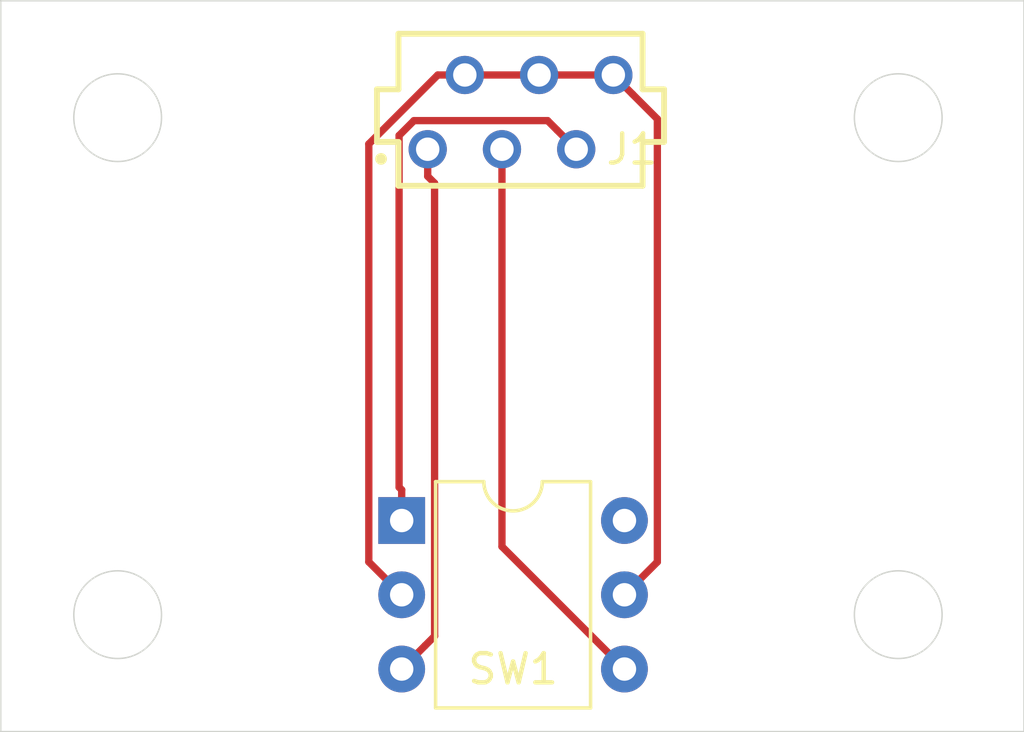
<source format=kicad_pcb>
(kicad_pcb (version 20171130) (host pcbnew "(5.1.4)-1")

  (general
    (thickness 1.6)
    (drawings 8)
    (tracks 24)
    (zones 0)
    (modules 2)
    (nets 6)
  )

  (page A4)
  (layers
    (0 F.Cu signal)
    (31 B.Cu signal)
    (32 B.Adhes user)
    (33 F.Adhes user)
    (34 B.Paste user)
    (35 F.Paste user)
    (36 B.SilkS user)
    (37 F.SilkS user)
    (38 B.Mask user)
    (39 F.Mask user)
    (40 Dwgs.User user)
    (41 Cmts.User user)
    (42 Eco1.User user)
    (43 Eco2.User user)
    (44 Edge.Cuts user)
    (45 Margin user)
    (46 B.CrtYd user)
    (47 F.CrtYd user)
    (48 B.Fab user)
    (49 F.Fab user hide)
  )

  (setup
    (last_trace_width 0.25)
    (trace_clearance 0.2)
    (zone_clearance 0.508)
    (zone_45_only no)
    (trace_min 0.2)
    (via_size 0.8)
    (via_drill 0.4)
    (via_min_size 0.4)
    (via_min_drill 0.3)
    (uvia_size 0.3)
    (uvia_drill 0.1)
    (uvias_allowed no)
    (uvia_min_size 0.2)
    (uvia_min_drill 0.1)
    (edge_width 0.05)
    (segment_width 0.2)
    (pcb_text_width 0.3)
    (pcb_text_size 1.5 1.5)
    (mod_edge_width 0.12)
    (mod_text_size 1 1)
    (mod_text_width 0.15)
    (pad_size 1.524 1.524)
    (pad_drill 0.762)
    (pad_to_mask_clearance 0.051)
    (solder_mask_min_width 0.25)
    (aux_axis_origin 0 0)
    (visible_elements 7FFFFFFF)
    (pcbplotparams
      (layerselection 0x010fc_ffffffff)
      (usegerberextensions false)
      (usegerberattributes false)
      (usegerberadvancedattributes false)
      (creategerberjobfile false)
      (excludeedgelayer true)
      (linewidth 0.100000)
      (plotframeref false)
      (viasonmask false)
      (mode 1)
      (useauxorigin false)
      (hpglpennumber 1)
      (hpglpenspeed 20)
      (hpglpendiameter 15.000000)
      (psnegative false)
      (psa4output false)
      (plotreference true)
      (plotvalue true)
      (plotinvisibletext false)
      (padsonsilk false)
      (subtractmaskfromsilk false)
      (outputformat 1)
      (mirror false)
      (drillshape 0)
      (scaleselection 1)
      (outputdirectory "gerbers/"))
  )

  (net 0 "")
  (net 1 "Net-(J1-Pad3)")
  (net 2 "Net-(J1-Pad1)")
  (net 3 "Net-(J1-Pad2)")
  (net 4 "Net-(J1-Pad5)")
  (net 5 "Net-(SW1-Pad6)")

  (net_class Default "This is the default net class."
    (clearance 0.2)
    (trace_width 0.25)
    (via_dia 0.8)
    (via_drill 0.4)
    (uvia_dia 0.3)
    (uvia_drill 0.1)
    (add_net "Net-(J1-Pad1)")
    (add_net "Net-(J1-Pad2)")
    (add_net "Net-(J1-Pad3)")
    (add_net "Net-(J1-Pad5)")
    (add_net "Net-(SW1-Pad6)")
  )

  (module Package_DIP:DIP-6_W7.62mm (layer F.Cu) (tedit 5A02E8C5) (tstamp 67EAE60C)
    (at 140.715001 144.78)
    (descr "6-lead though-hole mounted DIP package, row spacing 7.62 mm (300 mils)")
    (tags "THT DIP DIL PDIP 2.54mm 7.62mm 300mil")
    (path /67EAE703)
    (fp_text reference SW1 (at 3.81 5.08) (layer F.SilkS)
      (effects (font (size 1 1) (thickness 0.15)))
    )
    (fp_text value SW_Coded_PT65 (at 3.81 7.41) (layer F.Fab)
      (effects (font (size 1 1) (thickness 0.15)))
    )
    (fp_arc (start 3.81 -1.33) (end 2.81 -1.33) (angle -180) (layer F.SilkS) (width 0.12))
    (fp_line (start 1.635 -1.27) (end 6.985 -1.27) (layer F.Fab) (width 0.1))
    (fp_line (start 6.985 -1.27) (end 6.985 6.35) (layer F.Fab) (width 0.1))
    (fp_line (start 6.985 6.35) (end 0.635 6.35) (layer F.Fab) (width 0.1))
    (fp_line (start 0.635 6.35) (end 0.635 -0.27) (layer F.Fab) (width 0.1))
    (fp_line (start 0.635 -0.27) (end 1.635 -1.27) (layer F.Fab) (width 0.1))
    (fp_line (start 2.81 -1.33) (end 1.16 -1.33) (layer F.SilkS) (width 0.12))
    (fp_line (start 1.16 -1.33) (end 1.16 6.41) (layer F.SilkS) (width 0.12))
    (fp_line (start 1.16 6.41) (end 6.46 6.41) (layer F.SilkS) (width 0.12))
    (fp_line (start 6.46 6.41) (end 6.46 -1.33) (layer F.SilkS) (width 0.12))
    (fp_line (start 6.46 -1.33) (end 4.81 -1.33) (layer F.SilkS) (width 0.12))
    (fp_line (start -1.1 -1.55) (end -1.1 6.6) (layer F.CrtYd) (width 0.05))
    (fp_line (start -1.1 6.6) (end 8.7 6.6) (layer F.CrtYd) (width 0.05))
    (fp_line (start 8.7 6.6) (end 8.7 -1.55) (layer F.CrtYd) (width 0.05))
    (fp_line (start 8.7 -1.55) (end -1.1 -1.55) (layer F.CrtYd) (width 0.05))
    (fp_text user %R (at 3.81 2.54) (layer F.Fab)
      (effects (font (size 1 1) (thickness 0.15)))
    )
    (pad 1 thru_hole rect (at 0 0) (size 1.6 1.6) (drill 0.8) (layers *.Cu *.Mask)
      (net 4 "Net-(J1-Pad5)"))
    (pad 4 thru_hole oval (at 7.62 5.08) (size 1.6 1.6) (drill 0.8) (layers *.Cu *.Mask)
      (net 1 "Net-(J1-Pad3)"))
    (pad 2 thru_hole oval (at 0 2.54) (size 1.6 1.6) (drill 0.8) (layers *.Cu *.Mask)
      (net 3 "Net-(J1-Pad2)"))
    (pad 5 thru_hole oval (at 7.62 2.54) (size 1.6 1.6) (drill 0.8) (layers *.Cu *.Mask)
      (net 3 "Net-(J1-Pad2)"))
    (pad 3 thru_hole oval (at 0 5.08) (size 1.6 1.6) (drill 0.8) (layers *.Cu *.Mask)
      (net 2 "Net-(J1-Pad1)"))
    (pad 6 thru_hole oval (at 7.62 0) (size 1.6 1.6) (drill 0.8) (layers *.Cu *.Mask)
      (net 5 "Net-(SW1-Pad6)"))
  )

  (module 690368170672 (layer F.Cu) (tedit 67EAF4B8) (tstamp 67EAE5F2)
    (at 144.78 130.81 180)
    (path /67EAE30A)
    (fp_text reference J1 (at -3.81 -1.27 180) (layer F.SilkS)
      (effects (font (size 1 1) (thickness 0.15)))
    )
    (fp_text value 690368170672 (at 13.39 0.565 180) (layer F.Fab)
      (effects (font (size 1 1) (thickness 0.15)))
    )
    (fp_line (start -4.075 2.58) (end 4.075 2.58) (layer F.Fab) (width 0.1))
    (fp_line (start 4.81 0.68) (end 4.81 -0.92) (layer F.Fab) (width 0.1))
    (fp_line (start 4.075 -2.42) (end -4.075 -2.42) (layer F.Fab) (width 0.1))
    (fp_line (start -4.81 -0.92) (end -4.81 0.68) (layer F.Fab) (width 0.1))
    (fp_line (start -4.175 -2.52) (end 4.175 -2.52) (layer F.SilkS) (width 0.2))
    (fp_line (start 4.175 2.68) (end -4.175 2.68) (layer F.SilkS) (width 0.2))
    (fp_line (start -4.81 0.68) (end -4.075 0.68) (layer F.Fab) (width 0.1))
    (fp_line (start -4.075 0.68) (end -4.075 2.58) (layer F.Fab) (width 0.1))
    (fp_line (start 4.81 0.68) (end 4.075 0.68) (layer F.Fab) (width 0.1))
    (fp_line (start 4.075 0.68) (end 4.075 2.58) (layer F.Fab) (width 0.1))
    (fp_line (start -4.075 -2.42) (end -4.075 -0.92) (layer F.Fab) (width 0.1))
    (fp_line (start -4.075 -0.92) (end -4.81 -0.92) (layer F.Fab) (width 0.1))
    (fp_line (start 4.075 -2.42) (end 4.075 -0.92) (layer F.Fab) (width 0.1))
    (fp_line (start 4.075 -0.92) (end 4.81 -0.92) (layer F.Fab) (width 0.1))
    (fp_line (start -4.175 -2.52) (end -4.175 -1.02) (layer F.SilkS) (width 0.2))
    (fp_line (start -4.175 -1.02) (end -4.91 -1.02) (layer F.SilkS) (width 0.2))
    (fp_line (start -4.91 -1.02) (end -4.91 0.78) (layer F.SilkS) (width 0.2))
    (fp_line (start -4.91 0.78) (end -4.175 0.78) (layer F.SilkS) (width 0.2))
    (fp_line (start -4.175 0.78) (end -4.175 2.68) (layer F.SilkS) (width 0.2))
    (fp_line (start 4.175 -2.52) (end 4.175 -1.02) (layer F.SilkS) (width 0.2))
    (fp_line (start 4.175 -1.02) (end 4.91 -1.02) (layer F.SilkS) (width 0.2))
    (fp_line (start 4.91 -1.02) (end 4.91 0.78) (layer F.SilkS) (width 0.2))
    (fp_line (start 4.91 0.78) (end 4.175 0.78) (layer F.SilkS) (width 0.2))
    (fp_line (start 4.175 0.78) (end 4.175 2.68) (layer F.SilkS) (width 0.2))
    (fp_circle (center 4.77 -1.6) (end 4.87 -1.6) (layer F.SilkS) (width 0.2))
    (pad 3 thru_hole circle (at 0.635 -1.27 180) (size 1.308 1.308) (drill 0.8) (layers *.Cu *.Mask)
      (net 1 "Net-(J1-Pad3)") (solder_mask_margin 0.102))
    (pad 1 thru_hole circle (at 3.175 -1.27 180) (size 1.308 1.308) (drill 0.8) (layers *.Cu *.Mask)
      (net 2 "Net-(J1-Pad1)") (solder_mask_margin 0.102))
    (pad 4 thru_hole circle (at -0.635 1.27 180) (size 1.308 1.308) (drill 0.8) (layers *.Cu *.Mask)
      (net 3 "Net-(J1-Pad2)") (solder_mask_margin 0.102))
    (pad 2 thru_hole circle (at 1.905 1.27 180) (size 1.308 1.308) (drill 0.8) (layers *.Cu *.Mask)
      (net 3 "Net-(J1-Pad2)") (solder_mask_margin 0.102))
    (pad 5 thru_hole circle (at -1.905 -1.27 180) (size 1.308 1.308) (drill 0.8) (layers *.Cu *.Mask)
      (net 4 "Net-(J1-Pad5)") (solder_mask_margin 0.102))
    (pad 6 thru_hole circle (at -3.175 1.27 180) (size 1.308 1.308) (drill 0.8) (layers *.Cu *.Mask)
      (net 3 "Net-(J1-Pad2)") (solder_mask_margin 0.102))
  )

  (gr_circle (center 131 131) (end 132.5 131) (layer Edge.Cuts) (width 0.05))
  (gr_circle (center 131 148) (end 132.5 148) (layer Edge.Cuts) (width 0.05))
  (gr_circle (center 157.7 148) (end 159.2 148) (layer Edge.Cuts) (width 0.05))
  (gr_circle (center 157.7 131) (end 159.2 131) (layer Edge.Cuts) (width 0.05))
  (gr_line (start 127 152) (end 127 127) (layer Edge.Cuts) (width 0.05) (tstamp 67EAE712))
  (gr_line (start 162 152) (end 127 152) (layer Edge.Cuts) (width 0.05))
  (gr_line (start 162 127) (end 162 152) (layer Edge.Cuts) (width 0.05))
  (gr_line (start 127 127) (end 162 127) (layer Edge.Cuts) (width 0.05))

  (segment (start 144.145 145.669999) (end 148.335001 149.86) (width 0.25) (layer F.Cu) (net 1))
  (segment (start 144.145 132.08) (end 144.145 145.669999) (width 0.25) (layer F.Cu) (net 1))
  (segment (start 141.515 149.060001) (end 140.715001 149.86) (width 0.25) (layer F.Cu) (net 2))
  (segment (start 141.840002 148.734999) (end 141.515 149.060001) (width 0.25) (layer F.Cu) (net 2))
  (segment (start 141.840002 133.239897) (end 141.840002 148.734999) (width 0.25) (layer F.Cu) (net 2))
  (segment (start 141.605 133.004895) (end 141.840002 133.239897) (width 0.25) (layer F.Cu) (net 2))
  (segment (start 141.605 132.08) (end 141.605 133.004895) (width 0.25) (layer F.Cu) (net 2))
  (segment (start 141.950105 129.54) (end 142.875 129.54) (width 0.25) (layer F.Cu) (net 3))
  (segment (start 142.875 129.54) (end 145.415 129.54) (width 0.25) (layer F.Cu) (net 3))
  (segment (start 145.415 129.54) (end 147.955 129.54) (width 0.25) (layer F.Cu) (net 3))
  (segment (start 139.59 131.900105) (end 141.950105 129.54) (width 0.25) (layer F.Cu) (net 3))
  (segment (start 140.715001 147.32) (end 139.59 146.194999) (width 0.25) (layer F.Cu) (net 3))
  (segment (start 139.59 146.194999) (end 139.59 131.900105) (width 0.25) (layer F.Cu) (net 3))
  (segment (start 148.608999 130.193999) (end 147.955 129.54) (width 0.25) (layer F.Cu) (net 3))
  (segment (start 149.460002 131.045002) (end 148.608999 130.193999) (width 0.25) (layer F.Cu) (net 3))
  (segment (start 149.460002 146.194999) (end 149.460002 131.045002) (width 0.25) (layer F.Cu) (net 3))
  (segment (start 148.335001 147.32) (end 149.460002 146.194999) (width 0.25) (layer F.Cu) (net 3))
  (segment (start 146.031001 131.426001) (end 146.685 132.08) (width 0.25) (layer F.Cu) (net 4))
  (segment (start 145.705999 131.100999) (end 146.031001 131.426001) (width 0.25) (layer F.Cu) (net 4))
  (segment (start 141.135079 131.100999) (end 145.705999 131.100999) (width 0.25) (layer F.Cu) (net 4))
  (segment (start 140.625999 131.610079) (end 141.135079 131.100999) (width 0.25) (layer F.Cu) (net 4))
  (segment (start 140.625999 143.640998) (end 140.625999 131.610079) (width 0.25) (layer F.Cu) (net 4))
  (segment (start 140.715001 143.73) (end 140.625999 143.640998) (width 0.25) (layer F.Cu) (net 4))
  (segment (start 140.715001 144.78) (end 140.715001 143.73) (width 0.25) (layer F.Cu) (net 4))

)

</source>
